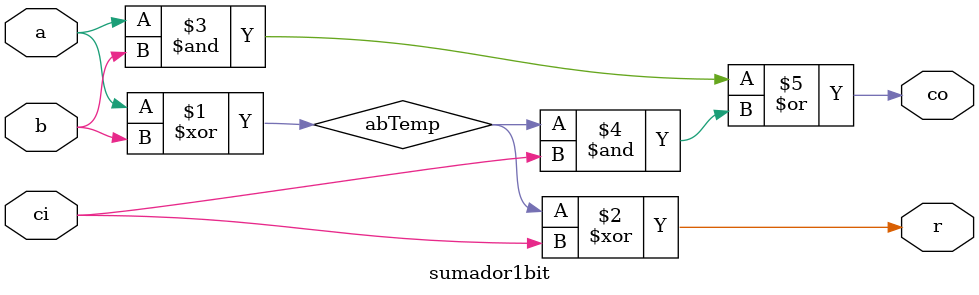
<source format=sv>
module sumador1bit (input logic a, b, ci, 
							output logic r, co);

    logic abTemp;
	 
	 assign abTemp = (a ^ b); 
	 assign r= (abTemp ^ ci); /*resultado*/
	 assign co=((a & b) | (abTemp & ci)); /* carry de salida*/ 
	 
endmodule

</source>
